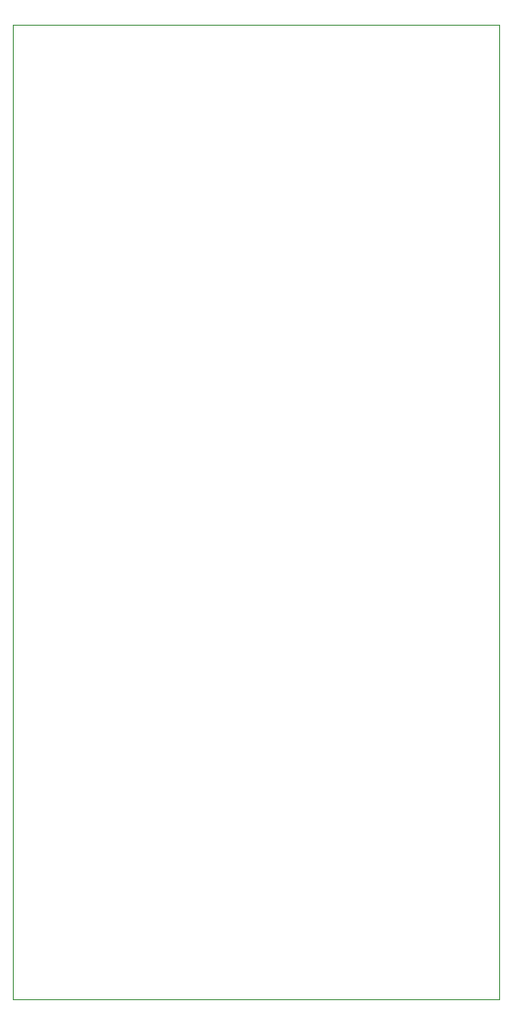
<source format=gbr>
G04 #@! TF.GenerationSoftware,KiCad,Pcbnew,(5.1.5)-3*
G04 #@! TF.CreationDate,2020-05-08T01:08:23-06:00*
G04 #@! TF.ProjectId,MASTER,4d415354-4552-42e6-9b69-6361645f7063,rev?*
G04 #@! TF.SameCoordinates,Original*
G04 #@! TF.FileFunction,Profile,NP*
%FSLAX46Y46*%
G04 Gerber Fmt 4.6, Leading zero omitted, Abs format (unit mm)*
G04 Created by KiCad (PCBNEW (5.1.5)-3) date 2020-05-08 01:08:23*
%MOMM*%
%LPD*%
G04 APERTURE LIST*
%ADD10C,0.050000*%
G04 APERTURE END LIST*
D10*
X60000000Y-60000000D02*
X105000000Y-60000000D01*
X105000000Y-150000000D02*
X105000000Y-60000000D01*
X60000000Y-150000000D02*
X105000000Y-150000000D01*
X60000000Y-60000000D02*
X60000000Y-150000000D01*
M02*

</source>
